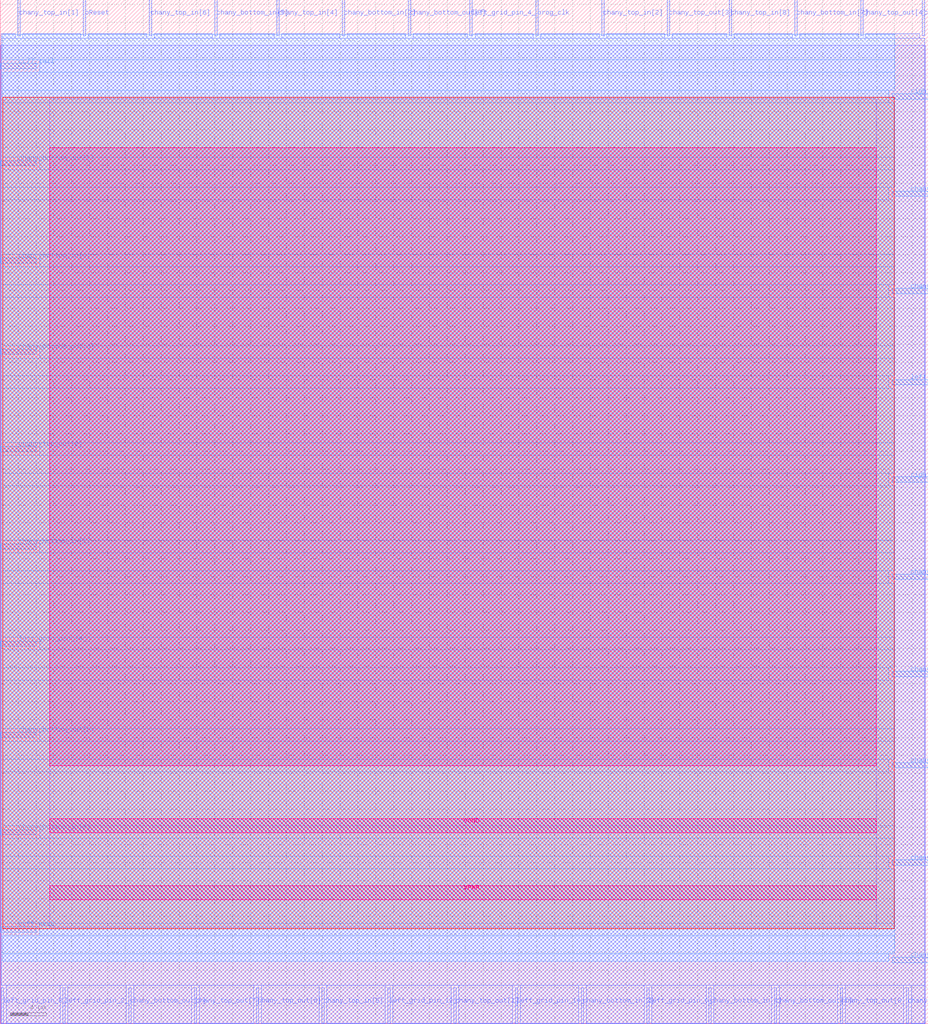
<source format=lef>
VERSION 5.7 ;
  NAMESCASESENSITIVE ON ;
  NOWIREEXTENSIONATPIN ON ;
  DIVIDERCHAR "/" ;
  BUSBITCHARS "[]" ;
UNITS
  DATABASE MICRONS 200 ;
END UNITS

MACRO cby_0__1_
  CLASS BLOCK ;
  FOREIGN cby_0__1_ ;
  ORIGIN 0.000 0.000 ;
  SIZE 103.775 BY 114.495 ;
  PIN ccff_head
    DIRECTION INPUT ;
    PORT
      LAYER met3 ;
        RECT 0.000 10.240 4.000 10.840 ;
    END
  END ccff_head
  PIN ccff_tail
    DIRECTION OUTPUT TRISTATE ;
    PORT
      LAYER met3 ;
        RECT 0.000 106.800 4.000 107.400 ;
    END
  END ccff_tail
  PIN chany_bottom_in[0]
    DIRECTION INPUT ;
    PORT
      LAYER met3 ;
        RECT 0.000 85.040 4.000 85.640 ;
    END
  END chany_bottom_in[0]
  PIN chany_bottom_in[1]
    DIRECTION INPUT ;
    PORT
      LAYER met3 ;
        RECT 0.000 53.080 4.000 53.680 ;
    END
  END chany_bottom_in[1]
  PIN chany_bottom_in[2]
    DIRECTION INPUT ;
    PORT
      LAYER met2 ;
        RECT 38.270 110.495 38.550 114.495 ;
    END
  END chany_bottom_in[2]
  PIN chany_bottom_in[3]
    DIRECTION INPUT ;
    PORT
      LAYER met2 ;
        RECT 64.950 0.000 65.230 4.000 ;
    END
  END chany_bottom_in[3]
  PIN chany_bottom_in[4]
    DIRECTION INPUT ;
    PORT
      LAYER met2 ;
        RECT 79.210 0.000 79.490 4.000 ;
    END
  END chany_bottom_in[4]
  PIN chany_bottom_in[5]
    DIRECTION INPUT ;
    PORT
      LAYER met2 ;
        RECT 24.010 110.495 24.290 114.495 ;
    END
  END chany_bottom_in[5]
  PIN chany_bottom_in[6]
    DIRECTION INPUT ;
    PORT
      LAYER met3 ;
        RECT 0.000 21.120 4.000 21.720 ;
    END
  END chany_bottom_in[6]
  PIN chany_bottom_in[7]
    DIRECTION INPUT ;
    PORT
      LAYER met2 ;
        RECT 88.870 110.495 89.150 114.495 ;
    END
  END chany_bottom_in[7]
  PIN chany_bottom_in[8]
    DIRECTION INPUT ;
    PORT
      LAYER met3 ;
        RECT 99.775 81.640 103.775 82.240 ;
    END
  END chany_bottom_in[8]
  PIN chany_bottom_out[0]
    DIRECTION OUTPUT TRISTATE ;
    PORT
      LAYER met3 ;
        RECT 0.000 74.840 4.000 75.440 ;
    END
  END chany_bottom_out[0]
  PIN chany_bottom_out[1]
    DIRECTION OUTPUT TRISTATE ;
    PORT
      LAYER met2 ;
        RECT 86.570 0.000 86.850 4.000 ;
    END
  END chany_bottom_out[1]
  PIN chany_bottom_out[2]
    DIRECTION OUTPUT TRISTATE ;
    PORT
      LAYER met3 ;
        RECT 0.000 95.920 4.000 96.520 ;
    END
  END chany_bottom_out[2]
  PIN chany_bottom_out[3]
    DIRECTION OUTPUT TRISTATE ;
    PORT
      LAYER met2 ;
        RECT 45.630 110.495 45.910 114.495 ;
    END
  END chany_bottom_out[3]
  PIN chany_bottom_out[4]
    DIRECTION OUTPUT TRISTATE ;
    PORT
      LAYER met2 ;
        RECT 14.350 0.000 14.630 4.000 ;
    END
  END chany_bottom_out[4]
  PIN chany_bottom_out[5]
    DIRECTION OUTPUT TRISTATE ;
    PORT
      LAYER met3 ;
        RECT 99.775 28.600 103.775 29.200 ;
    END
  END chany_bottom_out[5]
  PIN chany_bottom_out[6]
    DIRECTION OUTPUT TRISTATE ;
    PORT
      LAYER met3 ;
        RECT 0.000 32.000 4.000 32.600 ;
    END
  END chany_bottom_out[6]
  PIN chany_bottom_out[7]
    DIRECTION OUTPUT TRISTATE ;
    PORT
      LAYER met3 ;
        RECT 99.775 49.680 103.775 50.280 ;
    END
  END chany_bottom_out[7]
  PIN chany_bottom_out[8]
    DIRECTION OUTPUT TRISTATE ;
    PORT
      LAYER met2 ;
        RECT 103.130 110.495 103.410 114.495 ;
    END
  END chany_bottom_out[8]
  PIN chany_top_in[0]
    DIRECTION INPUT ;
    PORT
      LAYER met3 ;
        RECT 99.775 17.720 103.775 18.320 ;
    END
  END chany_top_in[0]
  PIN chany_top_in[1]
    DIRECTION INPUT ;
    PORT
      LAYER met2 ;
        RECT 1.930 110.495 2.210 114.495 ;
    END
  END chany_top_in[1]
  PIN chany_top_in[2]
    DIRECTION INPUT ;
    PORT
      LAYER met2 ;
        RECT 67.250 110.495 67.530 114.495 ;
    END
  END chany_top_in[2]
  PIN chany_top_in[3]
    DIRECTION INPUT ;
    PORT
      LAYER met3 ;
        RECT 99.775 6.840 103.775 7.440 ;
    END
  END chany_top_in[3]
  PIN chany_top_in[4]
    DIRECTION INPUT ;
    PORT
      LAYER met2 ;
        RECT 30.910 110.495 31.190 114.495 ;
    END
  END chany_top_in[4]
  PIN chany_top_in[5]
    DIRECTION INPUT ;
    PORT
      LAYER met2 ;
        RECT 35.970 0.000 36.250 4.000 ;
    END
  END chany_top_in[5]
  PIN chany_top_in[6]
    DIRECTION INPUT ;
    PORT
      LAYER met2 ;
        RECT 16.650 110.495 16.930 114.495 ;
    END
  END chany_top_in[6]
  PIN chany_top_in[7]
    DIRECTION INPUT ;
    PORT
      LAYER met2 ;
        RECT 101.290 0.000 101.570 4.000 ;
    END
  END chany_top_in[7]
  PIN chany_top_in[8]
    DIRECTION INPUT ;
    PORT
      LAYER met2 ;
        RECT 81.510 110.495 81.790 114.495 ;
    END
  END chany_top_in[8]
  PIN chany_top_out[0]
    DIRECTION OUTPUT TRISTATE ;
    PORT
      LAYER met3 ;
        RECT 0.000 63.960 4.000 64.560 ;
    END
  END chany_top_out[0]
  PIN chany_top_out[1]
    DIRECTION OUTPUT TRISTATE ;
    PORT
      LAYER met2 ;
        RECT 50.690 0.000 50.970 4.000 ;
    END
  END chany_top_out[1]
  PIN chany_top_out[2]
    DIRECTION OUTPUT TRISTATE ;
    PORT
      LAYER met3 ;
        RECT 99.775 92.520 103.775 93.120 ;
    END
  END chany_top_out[2]
  PIN chany_top_out[3]
    DIRECTION OUTPUT TRISTATE ;
    PORT
      LAYER met2 ;
        RECT 74.610 110.495 74.890 114.495 ;
    END
  END chany_top_out[3]
  PIN chany_top_out[4]
    DIRECTION OUTPUT TRISTATE ;
    PORT
      LAYER met2 ;
        RECT 96.230 110.495 96.510 114.495 ;
    END
  END chany_top_out[4]
  PIN chany_top_out[5]
    DIRECTION OUTPUT TRISTATE ;
    PORT
      LAYER met3 ;
        RECT 99.775 38.800 103.775 39.400 ;
    END
  END chany_top_out[5]
  PIN chany_top_out[6]
    DIRECTION OUTPUT TRISTATE ;
    PORT
      LAYER met2 ;
        RECT 28.610 0.000 28.890 4.000 ;
    END
  END chany_top_out[6]
  PIN chany_top_out[7]
    DIRECTION OUTPUT TRISTATE ;
    PORT
      LAYER met2 ;
        RECT 21.710 0.000 21.990 4.000 ;
    END
  END chany_top_out[7]
  PIN chany_top_out[8]
    DIRECTION OUTPUT TRISTATE ;
    PORT
      LAYER met2 ;
        RECT 93.930 0.000 94.210 4.000 ;
    END
  END chany_top_out[8]
  PIN left_grid_pin_0_
    DIRECTION OUTPUT TRISTATE ;
    PORT
      LAYER met2 ;
        RECT 72.310 0.000 72.590 4.000 ;
    END
  END left_grid_pin_0_
  PIN left_grid_pin_10_
    DIRECTION OUTPUT TRISTATE ;
    PORT
      LAYER met2 ;
        RECT 57.590 0.000 57.870 4.000 ;
    END
  END left_grid_pin_10_
  PIN left_grid_pin_12_
    DIRECTION OUTPUT TRISTATE ;
    PORT
      LAYER met2 ;
        RECT 43.330 0.000 43.610 4.000 ;
    END
  END left_grid_pin_12_
  PIN left_grid_pin_14_
    DIRECTION OUTPUT TRISTATE ;
    PORT
      LAYER met3 ;
        RECT 0.000 42.200 4.000 42.800 ;
    END
  END left_grid_pin_14_
  PIN left_grid_pin_2_
    DIRECTION OUTPUT TRISTATE ;
    PORT
      LAYER met2 ;
        RECT 6.990 0.000 7.270 4.000 ;
    END
  END left_grid_pin_2_
  PIN left_grid_pin_4_
    DIRECTION OUTPUT TRISTATE ;
    PORT
      LAYER met2 ;
        RECT 52.530 110.495 52.810 114.495 ;
    END
  END left_grid_pin_4_
  PIN left_grid_pin_6_
    DIRECTION OUTPUT TRISTATE ;
    PORT
      LAYER met3 ;
        RECT 99.775 71.440 103.775 72.040 ;
    END
  END left_grid_pin_6_
  PIN left_grid_pin_8_
    DIRECTION OUTPUT TRISTATE ;
    PORT
      LAYER met2 ;
        RECT 0.090 0.000 0.370 4.000 ;
    END
  END left_grid_pin_8_
  PIN pReset
    DIRECTION INPUT ;
    PORT
      LAYER met2 ;
        RECT 9.290 110.495 9.570 114.495 ;
    END
  END pReset
  PIN prog_clk
    DIRECTION INPUT ;
    PORT
      LAYER met2 ;
        RECT 59.890 110.495 60.170 114.495 ;
    END
  END prog_clk
  PIN right_grid_pin_3_
    DIRECTION OUTPUT TRISTATE ;
    PORT
      LAYER met3 ;
        RECT 99.775 103.400 103.775 104.000 ;
    END
  END right_grid_pin_3_
  PIN right_grid_pin_7_
    DIRECTION OUTPUT TRISTATE ;
    PORT
      LAYER met3 ;
        RECT 99.775 60.560 103.775 61.160 ;
    END
  END right_grid_pin_7_
  PIN VPWR
    DIRECTION INPUT ;
    USE POWER ;
    PORT
      LAYER met5 ;
        RECT 5.520 13.840 97.980 15.440 ;
    END
  END VPWR
  PIN VGND
    DIRECTION INPUT ;
    USE GROUND ;
    PORT
      LAYER met5 ;
        RECT 5.520 21.340 97.980 22.940 ;
    END
  END VGND
  OBS
      LAYER li1 ;
        RECT 5.520 10.795 97.980 103.445 ;
      LAYER met1 ;
        RECT 0.070 0.040 103.430 109.440 ;
      LAYER met2 ;
        RECT 0.090 110.215 1.650 110.685 ;
        RECT 2.490 110.215 9.010 110.685 ;
        RECT 9.850 110.215 16.370 110.685 ;
        RECT 17.210 110.215 23.730 110.685 ;
        RECT 24.570 110.215 30.630 110.685 ;
        RECT 31.470 110.215 37.990 110.685 ;
        RECT 38.830 110.215 45.350 110.685 ;
        RECT 46.190 110.215 52.250 110.685 ;
        RECT 53.090 110.215 59.610 110.685 ;
        RECT 60.450 110.215 66.970 110.685 ;
        RECT 67.810 110.215 74.330 110.685 ;
        RECT 75.170 110.215 81.230 110.685 ;
        RECT 82.070 110.215 88.590 110.685 ;
        RECT 89.430 110.215 95.950 110.685 ;
        RECT 96.790 110.215 102.850 110.685 ;
        RECT 0.090 4.280 103.400 110.215 ;
        RECT 0.650 0.010 6.710 4.280 ;
        RECT 7.550 0.010 14.070 4.280 ;
        RECT 14.910 0.010 21.430 4.280 ;
        RECT 22.270 0.010 28.330 4.280 ;
        RECT 29.170 0.010 35.690 4.280 ;
        RECT 36.530 0.010 43.050 4.280 ;
        RECT 43.890 0.010 50.410 4.280 ;
        RECT 51.250 0.010 57.310 4.280 ;
        RECT 58.150 0.010 64.670 4.280 ;
        RECT 65.510 0.010 72.030 4.280 ;
        RECT 72.870 0.010 78.930 4.280 ;
        RECT 79.770 0.010 86.290 4.280 ;
        RECT 87.130 0.010 93.650 4.280 ;
        RECT 94.490 0.010 101.010 4.280 ;
        RECT 101.850 0.010 103.400 4.280 ;
      LAYER met3 ;
        RECT 0.270 107.800 100.010 110.665 ;
        RECT 4.400 106.400 100.010 107.800 ;
        RECT 0.270 104.400 100.010 106.400 ;
        RECT 0.270 103.000 99.375 104.400 ;
        RECT 0.270 96.920 100.010 103.000 ;
        RECT 4.400 95.520 100.010 96.920 ;
        RECT 0.270 93.520 100.010 95.520 ;
        RECT 0.270 92.120 99.375 93.520 ;
        RECT 0.270 86.040 100.010 92.120 ;
        RECT 4.400 84.640 100.010 86.040 ;
        RECT 0.270 82.640 100.010 84.640 ;
        RECT 0.270 81.240 99.375 82.640 ;
        RECT 0.270 75.840 100.010 81.240 ;
        RECT 4.400 74.440 100.010 75.840 ;
        RECT 0.270 72.440 100.010 74.440 ;
        RECT 0.270 71.040 99.375 72.440 ;
        RECT 0.270 64.960 100.010 71.040 ;
        RECT 4.400 63.560 100.010 64.960 ;
        RECT 0.270 61.560 100.010 63.560 ;
        RECT 0.270 60.160 99.375 61.560 ;
        RECT 0.270 54.080 100.010 60.160 ;
        RECT 4.400 52.680 100.010 54.080 ;
        RECT 0.270 50.680 100.010 52.680 ;
        RECT 0.270 49.280 99.375 50.680 ;
        RECT 0.270 43.200 100.010 49.280 ;
        RECT 4.400 41.800 100.010 43.200 ;
        RECT 0.270 39.800 100.010 41.800 ;
        RECT 0.270 38.400 99.375 39.800 ;
        RECT 0.270 33.000 100.010 38.400 ;
        RECT 4.400 31.600 100.010 33.000 ;
        RECT 0.270 29.600 100.010 31.600 ;
        RECT 0.270 28.200 99.375 29.600 ;
        RECT 0.270 22.120 100.010 28.200 ;
        RECT 4.400 20.720 100.010 22.120 ;
        RECT 0.270 18.720 100.010 20.720 ;
        RECT 0.270 17.320 99.375 18.720 ;
        RECT 0.270 11.240 100.010 17.320 ;
        RECT 4.400 9.840 100.010 11.240 ;
        RECT 0.270 7.840 100.010 9.840 ;
        RECT 0.270 6.975 99.375 7.840 ;
      LAYER met4 ;
        RECT 0.295 10.640 99.985 103.600 ;
      LAYER met5 ;
        RECT 5.520 28.840 97.980 97.940 ;
  END
END cby_0__1_
END LIBRARY


</source>
